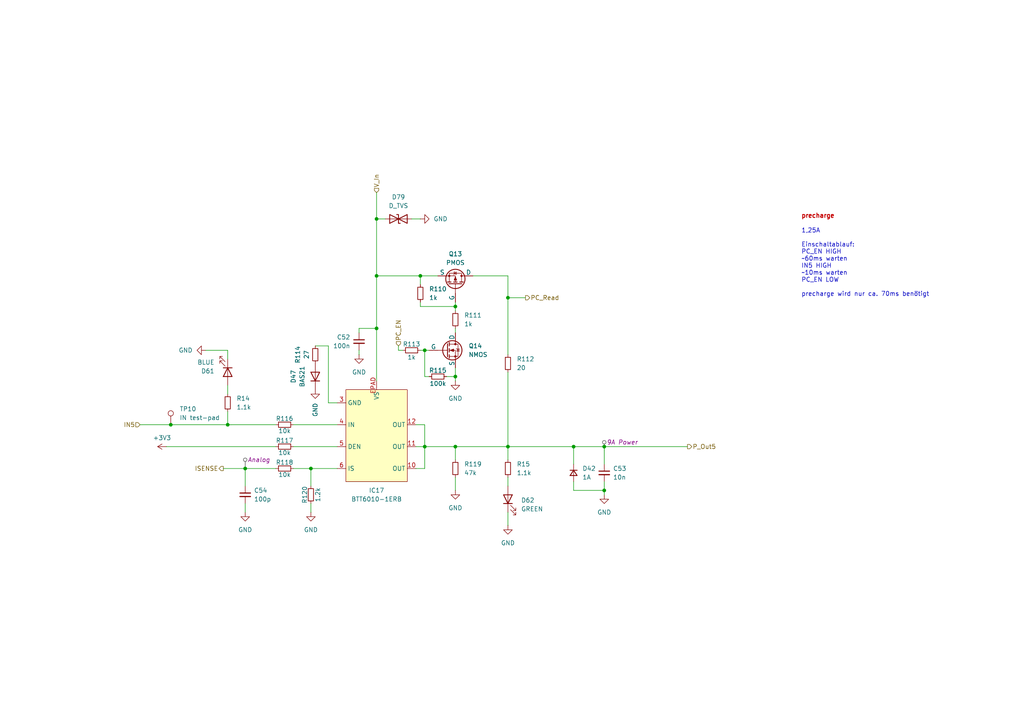
<source format=kicad_sch>
(kicad_sch (version 20231120) (generator "eeschema") (generator_version "8.0")
  (paper "A4")
  (title_block (title "PDU FT25") (date "2024-11-23") (rev "V1.1") (company "Janek Herm") (comment 1 "FaSTTUBe Electronics"))
  (lib_symbols
    (symbol "Connector:TestPoint" (pin_numbers hide) (pin_names (offset 0.762) hide)
      (property "Reference" "TP" (at 0 6.858 0))
      (property "Value" "TestPoint" (at 0 5.08 0))
      (symbol "TestPoint_0_1"
        (circle (center 0 3.302) (radius 0.762))
      )
      (symbol "TestPoint_1_1"
        (pin passive line (at 0 0 90) (length 2.54) (name "1") (number "1"))
      )
    )
    (symbol "Device:C_Small" (pin_numbers hide) (pin_names (offset 0.254) hide)
      (property "Reference" "C" (at 0.254 1.778 0))
      (property "Value" "C_Small" (at 0.254 -2.032 0))
      (symbol "C_Small_0_1"
        (polyline (pts (xy -1.524 -0.508) (xy 1.524 -0.508)) (stroke (width 0.3302)))
        (polyline (pts (xy -1.524 0.508) (xy 1.524 0.508)) (stroke (width 0.3048)))
      )
      (symbol "C_Small_1_1"
        (pin passive line (at 0 2.54 270) (length 2.032) (name "~") (number "1"))
        (pin passive line (at 0 -2.54 90) (length 2.032) (name "~") (number "2"))
      )
    )
    (symbol "Device:D_Small" (pin_numbers hide) (pin_names (offset 0.254) hide)
      (property "Reference" "D" (at -1.27 2.032 0))
      (property "Value" "D_Small" (at -3.81 -2.032 0))
      (symbol "D_Small_0_1"
        (polyline (pts (xy -0.762 -1.016) (xy -0.762 1.016)) (stroke (width 0.254)))
        (polyline (pts (xy -0.762 0) (xy 0.762 0)))
        (polyline (pts (xy 0.762 -1.016) (xy -0.762 0) (xy 0.762 1.016) (xy 0.762 -1.016)) (stroke (width 0.254)))
      )
      (symbol "D_Small_1_1"
        (pin passive line (at -2.54 0 0) (length 1.778) (name "K") (number "1"))
        (pin passive line (at 2.54 0 180) (length 1.778) (name "A") (number "2"))
      )
    )
    (symbol "Device:D_TVS" (pin_numbers hide) (pin_names (offset 1.016) hide)
      (property "Reference" "D" (at 0 2.54 0))
      (property "Value" "D_TVS" (at 0 -2.54 0))
      (symbol "D_TVS_0_1"
        (polyline (pts (xy 1.27 0) (xy -1.27 0)))
        (polyline (pts (xy 0.508 1.27) (xy 0 1.27) (xy 0 -1.27) (xy -0.508 -1.27)) (stroke (width 0.254)))
        (polyline (pts (xy -2.54 1.27) (xy -2.54 -1.27) (xy 2.54 1.27) (xy 2.54 -1.27) (xy -2.54 1.27)) (stroke (width 0.254)))
      )
      (symbol "D_TVS_1_1"
        (pin passive line (at -3.81 0 0) (length 2.54) (name "A1") (number "1"))
        (pin passive line (at 3.81 0 180) (length 2.54) (name "A2") (number "2"))
      )
    )
    (symbol "Device:LED" (pin_numbers hide) (pin_names (offset 1.016) hide)
      (property "Reference" "D" (at 0 2.54 0))
      (property "Value" "LED" (at 0 -2.54 0))
      (symbol "LED_0_1"
        (polyline (pts (xy -1.27 -1.27) (xy -1.27 1.27)) (stroke (width 0.254)))
        (polyline (pts (xy -1.27 0) (xy 1.27 0)))
        (polyline (pts (xy 1.27 -1.27) (xy 1.27 1.27) (xy -1.27 0) (xy 1.27 -1.27)) (stroke (width 0.254)))
        (polyline (pts (xy -3.048 -0.762) (xy -4.572 -2.286) (xy -3.81 -2.286) (xy -4.572 -2.286) (xy -4.572 -1.524)))
        (polyline (pts (xy -1.778 -0.762) (xy -3.302 -2.286) (xy -2.54 -2.286) (xy -3.302 -2.286) (xy -3.302 -1.524)))
      )
      (symbol "LED_1_1"
        (pin passive line (at -3.81 0 0) (length 2.54) (name "K") (number "1"))
        (pin passive line (at 3.81 0 180) (length 2.54) (name "A") (number "2"))
      )
    )
    (symbol "Device:R_Small" (pin_numbers hide) (pin_names (offset 0.254) hide)
      (property "Reference" "R" (at 0.762 0.508 0))
      (property "Value" "R_Small" (at 0.762 -1.016 0))
      (symbol "R_Small_0_1"
        (rectangle (start -0.762 1.778) (end 0.762 -1.778) (stroke (width 0.2032)))
      )
      (symbol "R_Small_1_1"
        (pin passive line (at 0 2.54 270) (length 0.762) (name "~") (number "1"))
        (pin passive line (at 0 -2.54 90) (length 0.762) (name "~") (number "2"))
      )
    )
    (symbol "Diode:BAS21" (pin_numbers hide) (pin_names hide)
      (property "Reference" "D" (at 0 2.54 0))
      (property "Value" "BAS21" (at 0 -2.54 0))
      (symbol "BAS21_0_1"
        (polyline (pts (xy -1.27 1.27) (xy -1.27 -1.27)) (stroke (width 0.254)))
        (polyline (pts (xy 1.27 0) (xy -1.27 0)))
        (polyline (pts (xy 1.27 1.27) (xy 1.27 -1.27) (xy -1.27 0) (xy 1.27 1.27)) (stroke (width 0.254)))
      )
      (symbol "BAS21_1_1"
        (pin passive line (at 3.81 0 180) (length 2.54) (name "A") (number "1"))
        (pin no_connect line (at -1.27 0 0) (length 2.54) hide (name "NC") (number "2"))
        (pin passive line (at -3.81 0 0) (length 2.54) (name "K") (number "3"))
      )
    )
    (symbol "FaSTTUBe_Power-Switches:BTT6010-1ERB"
      (property "Reference" "IC" (at 0.254 -28.956 0))
      (property "Value" "BTT6010-1ERB" (at 0.508 -30.734 0))
      (symbol "BTT6010-1ERB_1_1"
        (rectangle (start -8.89 -1.27) (end 8.89 -27.94) (fill (type background)))
        (pin passive line (at 11.43 -24.13 180) (length 2.54) (name "OUT") (number "10"))
        (pin passive line (at 11.43 -17.78 180) (length 2.54) (name "OUT") (number "11"))
        (pin passive line (at 11.43 -11.43 180) (length 2.54) (name "OUT") (number "12"))
        (pin output line (at -11.43 -5.08 0) (length 2.54) (name "GND") (number "3"))
        (pin input line (at -11.43 -11.43 0) (length 2.54) (name "IN") (number "4"))
        (pin input line (at -11.43 -17.78 0) (length 2.54) (name "DEN") (number "5"))
        (pin output line (at -11.43 -24.13 0) (length 2.54) (name "IS") (number "6"))
        (pin input line (at 0 1.27 270) (length 2.54) (name "VS") (number "EPAD"))
      )
    )
    (symbol "Simulation_SPICE:NMOS" (pin_numbers hide) (pin_names (offset 0))
      (property "Reference" "Q" (at 5.08 1.27 0))
      (property "Value" "NMOS" (at 5.08 -1.27 0))
      (symbol "NMOS_0_1"
        (polyline (pts (xy 0.254 0) (xy -2.54 0)))
        (polyline (pts (xy 0.254 1.905) (xy 0.254 -1.905)) (stroke (width 0.254)))
        (polyline (pts (xy 0.762 -1.27) (xy 0.762 -2.286)) (stroke (width 0.254)))
        (polyline (pts (xy 0.762 0.508) (xy 0.762 -0.508)) (stroke (width 0.254)))
        (polyline (pts (xy 0.762 2.286) (xy 0.762 1.27)) (stroke (width 0.254)))
        (polyline (pts (xy 2.54 2.54) (xy 2.54 1.778)))
        (polyline (pts (xy 2.54 -2.54) (xy 2.54 0) (xy 0.762 0)))
        (polyline (pts (xy 0.762 -1.778) (xy 3.302 -1.778) (xy 3.302 1.778) (xy 0.762 1.778)))
        (polyline (pts (xy 1.016 0) (xy 2.032 0.381) (xy 2.032 -0.381) (xy 1.016 0)) (fill (type outline)))
        (polyline (pts (xy 2.794 0.508) (xy 2.921 0.381) (xy 3.683 0.381) (xy 3.81 0.254)))
        (polyline (pts (xy 3.302 0.381) (xy 2.921 -0.254) (xy 3.683 -0.254) (xy 3.302 0.381)))
        (circle (center 1.651 0) (radius 2.794) (stroke (width 0.254)))
        (circle (center 2.54 -1.778) (radius 0.254) (fill (type outline)))
        (circle (center 2.54 1.778) (radius 0.254) (fill (type outline)))
      )
      (symbol "NMOS_1_1"
        (pin passive line (at 2.54 5.08 270) (length 2.54) (name "D") (number "1"))
        (pin input line (at -5.08 0 0) (length 2.54) (name "G") (number "2"))
        (pin passive line (at 2.54 -5.08 90) (length 2.54) (name "S") (number "3"))
      )
    )
    (symbol "Simulation_SPICE:PMOS" (pin_numbers hide) (pin_names (offset 0))
      (property "Reference" "Q" (at 5.08 1.27 0))
      (property "Value" "PMOS" (at 5.08 -1.27 0))
      (symbol "PMOS_0_1"
        (polyline (pts (xy 0.254 0) (xy -2.54 0)))
        (polyline (pts (xy 0.254 1.905) (xy 0.254 -1.905)) (stroke (width 0.254)))
        (polyline (pts (xy 0.762 -1.27) (xy 0.762 -2.286)) (stroke (width 0.254)))
        (polyline (pts (xy 0.762 0.508) (xy 0.762 -0.508)) (stroke (width 0.254)))
        (polyline (pts (xy 0.762 2.286) (xy 0.762 1.27)) (stroke (width 0.254)))
        (polyline (pts (xy 2.54 2.54) (xy 2.54 1.778)))
        (polyline (pts (xy 2.54 -2.54) (xy 2.54 0) (xy 0.762 0)))
        (polyline (pts (xy 0.762 1.778) (xy 3.302 1.778) (xy 3.302 -1.778) (xy 0.762 -1.778)))
        (polyline (pts (xy 2.286 0) (xy 1.27 0.381) (xy 1.27 -0.381) (xy 2.286 0)) (fill (type outline)))
        (polyline (pts (xy 2.794 -0.508) (xy 2.921 -0.381) (xy 3.683 -0.381) (xy 3.81 -0.254)))
        (polyline (pts (xy 3.302 -0.381) (xy 2.921 0.254) (xy 3.683 0.254) (xy 3.302 -0.381)))
        (circle (center 1.651 0) (radius 2.794) (stroke (width 0.254)))
        (circle (center 2.54 -1.778) (radius 0.254) (fill (type outline)))
        (circle (center 2.54 1.778) (radius 0.254) (fill (type outline)))
      )
      (symbol "PMOS_1_1"
        (pin passive line (at 2.54 5.08 270) (length 2.54) (name "D") (number "1"))
        (pin input line (at -5.08 0 0) (length 2.54) (name "G") (number "2"))
        (pin passive line (at 2.54 -5.08 90) (length 2.54) (name "S") (number "3"))
      )
    )
    (symbol "power:+3.3V" (power) (pin_numbers hide) (pin_names (offset 0) hide)
      (property "Value" "+3.3V" (at 0 3.556 0))
      (symbol "+3.3V_0_1"
        (polyline (pts (xy -0.762 1.27) (xy 0 2.54)))
        (polyline (pts (xy 0 0) (xy 0 2.54)))
        (polyline (pts (xy 0 2.54) (xy 0.762 1.27)))
      )
      (symbol "+3.3V_1_1"
        (pin power_in line (at 0 0 90) (length 0) (name "~") (number "1"))
      )
    )
    (symbol "power:GND" (power) (pin_numbers hide) (pin_names (offset 0) hide)
      (property "Value" "GND" (at 0 -3.81 0))
      (symbol "GND_0_1"
        (polyline (pts (xy 0 0) (xy 0 -1.27) (xy 1.27 -1.27) (xy 0 -2.54) (xy -1.27 -1.27) (xy 0 -1.27)))
      )
      (symbol "GND_1_1"
        (pin power_in line (at 0 0 270) (length 0) (name "~") (number "1"))
      )
    )
  )
  (junction (at 90.17 135.89))
  (junction (at 132.08 88.9))
  (junction (at 132.08 129.54))
  (junction (at 109.22 95.25))
  (junction (at 147.32 129.54))
  (junction (at 121.92 80.01))
  (junction (at 109.22 63.5))
  (junction (at 175.26 129.54))
  (junction (at 123.19 101.6))
  (junction (at 166.37 129.54))
  (junction (at 71.12 135.89))
  (junction (at 66.04 123.19))
  (junction (at 132.08 109.22))
  (junction (at 49.53 123.19))
  (junction (at 147.32 86.36))
  (junction (at 109.22 80.01))
  (junction (at 175.26 142.24))
  (junction (at 123.19 129.54))
  (wire (pts (xy 49.53 123.19) (xy 66.04 123.19)))
  (wire (pts (xy 147.32 80.01) (xy 147.32 86.36)))
  (wire (pts (xy 85.09 135.89) (xy 90.17 135.89)))
  (wire (pts (xy 175.26 129.54) (xy 166.37 129.54)))
  (wire (pts (xy 95.25 100.33) (xy 91.44 100.33)))
  (wire (pts (xy 115.57 101.6) (xy 116.84 101.6)))
  (wire (pts (xy 85.09 129.54) (xy 97.79 129.54)))
  (wire (pts (xy 109.22 80.01) (xy 121.92 80.01)))
  (wire (pts (xy 121.92 63.5) (xy 119.38 63.5)))
  (wire (pts (xy 40.64 123.19) (xy 49.53 123.19)))
  (wire (pts (xy 109.22 55.88) (xy 109.22 63.5)))
  (wire (pts (xy 121.92 101.6) (xy 123.19 101.6)))
  (wire (pts (xy 132.08 90.17) (xy 132.08 88.9)))
  (wire (pts (xy 132.08 138.43) (xy 132.08 142.24)))
  (wire (pts (xy 137.16 80.01) (xy 147.32 80.01)))
  (wire (pts (xy 71.12 135.89) (xy 71.12 140.97)))
  (wire (pts (xy 123.19 101.6) (xy 123.19 109.22)))
  (wire (pts (xy 115.57 100.33) (xy 115.57 101.6)))
  (wire (pts (xy 109.22 95.25) (xy 104.14 95.25)))
  (wire (pts (xy 64.77 135.89) (xy 71.12 135.89)))
  (wire (pts (xy 132.08 129.54) (xy 147.32 129.54)))
  (wire (pts (xy 66.04 114.3) (xy 66.04 111.76)))
  (wire (pts (xy 132.08 109.22) (xy 132.08 110.49)))
  (wire (pts (xy 85.09 123.19) (xy 97.79 123.19)))
  (wire (pts (xy 71.12 146.05) (xy 71.12 148.59)))
  (wire (pts (xy 66.04 123.19) (xy 80.01 123.19)))
  (wire (pts (xy 132.08 129.54) (xy 132.08 133.35)))
  (wire (pts (xy 132.08 96.52) (xy 132.08 95.25)))
  (wire (pts (xy 121.92 80.01) (xy 127 80.01)))
  (wire (pts (xy 104.14 95.25) (xy 104.14 96.52)))
  (wire (pts (xy 123.19 101.6) (xy 124.46 101.6)))
  (wire (pts (xy 123.19 123.19) (xy 123.19 129.54)))
  (wire (pts (xy 166.37 129.54) (xy 166.37 134.62)))
  (wire (pts (xy 120.65 129.54) (xy 123.19 129.54)))
  (wire (pts (xy 121.92 80.01) (xy 121.92 82.55)))
  (wire (pts (xy 132.08 106.68) (xy 132.08 109.22)))
  (wire (pts (xy 147.32 107.95) (xy 147.32 129.54)))
  (wire (pts (xy 123.19 129.54) (xy 132.08 129.54)))
  (wire (pts (xy 147.32 129.54) (xy 147.32 133.35)))
  (wire (pts (xy 123.19 135.89) (xy 123.19 129.54)))
  (wire (pts (xy 109.22 63.5) (xy 109.22 80.01)))
  (wire (pts (xy 147.32 148.59) (xy 147.32 152.4)))
  (wire (pts (xy 59.69 101.6) (xy 66.04 101.6)))
  (wire (pts (xy 120.65 135.89) (xy 123.19 135.89)))
  (wire (pts (xy 109.22 95.25) (xy 109.22 110.49)))
  (wire (pts (xy 71.12 135.89) (xy 80.01 135.89)))
  (wire (pts (xy 104.14 101.6) (xy 104.14 102.87)))
  (wire (pts (xy 129.54 109.22) (xy 132.08 109.22)))
  (wire (pts (xy 175.26 139.7) (xy 175.26 142.24)))
  (wire (pts (xy 132.08 87.63) (xy 132.08 88.9)))
  (wire (pts (xy 175.26 129.54) (xy 175.26 134.62)))
  (wire (pts (xy 147.32 86.36) (xy 152.4 86.36)))
  (wire (pts (xy 120.65 123.19) (xy 123.19 123.19)))
  (wire (pts (xy 90.17 135.89) (xy 90.17 140.97)))
  (wire (pts (xy 175.26 129.54) (xy 199.39 129.54)))
  (wire (pts (xy 166.37 142.24) (xy 175.26 142.24)))
  (wire (pts (xy 48.26 129.54) (xy 80.01 129.54)))
  (wire (pts (xy 109.22 80.01) (xy 109.22 95.25)))
  (wire (pts (xy 90.17 146.05) (xy 90.17 148.59)))
  (wire (pts (xy 166.37 139.7) (xy 166.37 142.24)))
  (wire (pts (xy 123.19 109.22) (xy 124.46 109.22)))
  (wire (pts (xy 121.92 88.9) (xy 132.08 88.9)))
  (wire (pts (xy 175.26 142.24) (xy 175.26 143.51)))
  (wire (pts (xy 66.04 123.19) (xy 66.04 119.38)))
  (wire (pts (xy 147.32 138.43) (xy 147.32 140.97)))
  (wire (pts (xy 95.25 100.33) (xy 95.25 116.84)))
  (wire (pts (xy 66.04 101.6) (xy 66.04 104.14)))
  (wire (pts (xy 147.32 129.54) (xy 166.37 129.54)))
  (wire (pts (xy 121.92 87.63) (xy 121.92 88.9)))
  (wire (pts (xy 109.22 63.5) (xy 111.76 63.5)))
  (wire (pts (xy 95.25 116.84) (xy 97.79 116.84)))
  (wire (pts (xy 90.17 135.89) (xy 97.79 135.89)))
  (wire (pts (xy 147.32 86.36) (xy 147.32 102.87)))
  (text "precharge" (at 237.236 62.738 0) (effects (font (size 1.27 1.27) (thickness 0.254) (bold yes))))
  (text "1,25A\n\nEinschaltablauf:\nPC_EN HIGH\n~60ms warten\nIN5 HIGH\n~10ms warten\nPC_EN LOW\n\nprecharge wird nur ca. 70ms benötigt" (at 232.41 76.2 0) (effects (font (size 1.27 1.27)) (justify left)))
  (hierarchical_label "PC_Read" (shape output) (at 152.4 86.36 0))
  (hierarchical_label "IN5" (shape input) (at 40.64 123.19 180))
  (hierarchical_label "P_Out5" (shape output) (at 199.39 129.54 0))
  (hierarchical_label "ISENSE" (shape output) (at 64.77 135.89 180))
  (hierarchical_label "PC_EN" (shape input) (at 115.57 100.33 90))
  (hierarchical_label "V_In" (shape input) (at 109.22 55.88 90))
  (netclass_flag "" (length 2.54) (shape round) (at 71.12 135.89 0) (property "Netclass" "Analog" (at 71.8185 133.35 0) (effects (font (italic yes)) (justify left))))
  (netclass_flag "" (length 2.54) (shape round) (at 175.26 130.81 0) (property "Netclass" "9A Power" (at 175.9585 128.27 0) (effects (font (italic yes)) (justify left))))
  (symbol (lib_id "Simulation_SPICE:PMOS") (at 132.08 82.55 270) (mirror x) (unit 1)
    (property "Reference" "Q13" (at 132.08 73.66 90))
    (property "Value" "PMOS" (at 132.08 76.2 90))
    (property "Datasheet" "https://ngspice.sourceforge.io/docs/ngspice-html-manual/manual.xhtml#cha_MOSFETs" (effects (hide yes)))
    (property "Description" "P-MOSFET transistor, drain/source/gate" (effects (hide yes)))
    (property "Sim.Device" "PMOS" (effects (hide yes)))
    (property "Sim.Type" "VDMOS" (effects (hide yes)))
    (property "Sim.Pins" "1=D 2=G 3=S" (effects (hide yes)))
  )
  (symbol (lib_id "FaSTTUBe_Power-Switches:BTT6010-1ERB") (at 109.22 111.76 0) (unit 1)
    (property "Reference" "IC17" (at 109.22 142.24 0))
    (property "Value" "BTT6010-1ERB" (at 109.22 144.78 0))
    (property "Footprint" "BTT6010-1ERB:SOIC14_BTT6010-1ERB_INF" (effects (hide yes)))
    (property "Datasheet" "https://www.infineon.com/dgdl/Infineon-BTT6010-1ERB-DS-v01_00-EN.pdf?fileId=5546d46269e1c019016a21e80b080d7a" (effects (hide yes)))
  )
  (symbol (lib_id "Device:R_Small") (at 132.08 92.71 0) (unit 1)
    (property "Reference" "R111" (at 134.62 91.4399 0) (effects (justify left)))
    (property "Value" "1k" (at 134.62 93.9799 0) (effects (justify left)))
    (property "Description" "Resistor, small symbol" (effects (hide yes)))
  )
  (symbol (lib_id "power:GND") (at 59.69 101.6 270) (unit 1)
    (property "Reference" "#PWR033" (effects (hide yes)))
    (property "Value" "GND" (at 55.88 101.5999 90) (effects (justify right)))
    (property "Description" "Power symbol creates a global label with name \"GND\" , ground" (effects (hide yes)))
  )
  (symbol (lib_id "Device:D_TVS") (at 115.57 63.5 0) (mirror x) (unit 1)
    (property "Reference" "D79" (at 115.57 57.15 0))
    (property "Value" "D_TVS" (at 115.57 59.69 0))
    (property "Description" "Bidirectional transient-voltage-suppression diode" (effects (hide yes)))
  )
  (symbol (lib_id "Device:R_Small") (at 119.38 101.6 90) (unit 1)
    (property "Reference" "R113" (at 119.38 99.822 90))
    (property "Value" "1k" (at 119.38 103.632 90))
    (property "Description" "Resistor, small symbol" (effects (hide yes)))
  )
  (symbol (lib_id "Simulation_SPICE:NMOS") (at 129.54 101.6 0) (unit 1)
    (property "Reference" "Q14" (at 135.89 100.3299 0) (effects (justify left)))
    (property "Value" "NMOS" (at 135.89 102.8699 0) (effects (justify left)))
    (property "Datasheet" "https://ngspice.sourceforge.io/docs/ngspice-html-manual/manual.xhtml#cha_MOSFETs" (effects (hide yes)))
    (property "Description" "N-MOSFET transistor, drain/source/gate" (effects (hide yes)))
    (property "Sim.Device" "NMOS" (effects (hide yes)))
    (property "Sim.Type" "VDMOS" (effects (hide yes)))
    (property "Sim.Pins" "1=D 2=G 3=S" (effects (hide yes)))
  )
  (symbol (lib_id "Device:C_Small") (at 104.14 99.06 0) (mirror y) (unit 1)
    (property "Reference" "C52" (at 101.6 97.7962 0) (effects (justify left)))
    (property "Value" "100n" (at 101.6 100.3362 0) (effects (justify left)))
    (property "Footprint" "Capacitor_SMD:C_0603_1608Metric_Pad1.08x0.95mm_HandSolder" (effects (hide yes)))
    (property "Description" "Unpolarized capacitor, small symbol" (effects (hide yes)))
  )
  (symbol (lib_id "power:GND") (at 91.44 113.03 0) (unit 1)
    (property "Reference" "#PWR0151" (effects (hide yes)))
    (property "Value" "GND" (at 91.4399 116.84 90) (effects (justify right)))
    (property "Description" "Power symbol creates a global label with name \"GND\" , ground" (effects (hide yes)))
  )
  (symbol (lib_id "power:+3.3V") (at 48.26 129.54 90) (unit 1)
    (property "Reference" "#PWR0152" (effects (hide yes)))
    (property "Value" "+3V3" (at 46.99 127 90))
    (property "Description" "Power symbol creates a global label with name \"+3.3V\"" (effects (hide yes)))
  )
  (symbol (lib_id "Device:R_Small") (at 82.55 135.89 270) (unit 1)
    (property "Reference" "R118" (at 82.55 134.112 90))
    (property "Value" "10k" (at 82.55 137.668 90))
    (property "Footprint" "Resistor_SMD:R_0603_1608Metric_Pad0.98x0.95mm_HandSolder" (effects (hide yes)))
    (property "Description" "Resistor, small symbol" (effects (hide yes)))
  )
  (symbol (lib_id "Device:R_Small") (at 132.08 135.89 0) (unit 1)
    (property "Reference" "R119" (at 134.62 134.6199 0) (effects (justify left)))
    (property "Value" "47k" (at 134.62 137.1599 0) (effects (justify left)))
    (property "Footprint" "Resistor_SMD:R_0603_1608Metric_Pad0.98x0.95mm_HandSolder" (effects (hide yes)))
    (property "Description" "Resistor, small symbol" (effects (hide yes)))
  )
  (symbol (lib_id "Device:C_Small") (at 71.12 143.51 0) (unit 1)
    (property "Reference" "C54" (at 73.66 142.2462 0) (effects (justify left)))
    (property "Value" "100p" (at 73.66 144.7862 0) (effects (justify left)))
    (property "Footprint" "Capacitor_SMD:C_0603_1608Metric_Pad1.08x0.95mm_HandSolder" (effects (hide yes)))
    (property "Description" "Unpolarized capacitor, small symbol" (effects (hide yes)))
  )
  (symbol (lib_id "power:GND") (at 132.08 110.49 0) (unit 1)
    (property "Reference" "#PWR0150" (effects (hide yes)))
    (property "Value" "GND" (at 132.08 115.57 0))
    (property "Description" "Power symbol creates a global label with name \"GND\" , ground" (effects (hide yes)))
  )
  (symbol (lib_id "Device:LED") (at 147.32 144.78 90) (unit 1)
    (property "Reference" "D62" (at 151.13 145.0974 90) (effects (justify right)))
    (property "Value" "GREEN" (at 151.13 147.6374 90) (effects (justify right)))
    (property "Datasheet" "https://www.we-online.com/components/products/datasheet/150040GS73220.pdf" (effects (hide yes)))
    (property "Description" "Light emitting diode" (effects (hide yes)))
    (property "MPR" "150040GS73220" (effects (hide yes)))
  )
  (symbol (lib_id "Device:R_Small") (at 91.44 102.87 180) (unit 1)
    (property "Reference" "R114" (at 86.36 102.87 90))
    (property "Value" "27" (at 88.9 102.87 90))
    (property "Footprint" "Resistor_SMD:R_0603_1608Metric_Pad0.98x0.95mm_HandSolder" (effects (hide yes)))
    (property "Description" "Resistor, small symbol" (effects (hide yes)))
  )
  (symbol (lib_id "Device:R_Small") (at 82.55 123.19 270) (unit 1)
    (property "Reference" "R116" (at 82.55 121.412 90))
    (property "Value" "10k" (at 82.55 124.968 90))
    (property "Footprint" "Resistor_SMD:R_0603_1608Metric_Pad0.98x0.95mm_HandSolder" (effects (hide yes)))
    (property "Description" "Resistor, small symbol" (effects (hide yes)))
  )
  (symbol (lib_id "Device:R_Small") (at 90.17 143.51 0) (unit 1)
    (property "Reference" "R120" (at 88.392 143.51 90))
    (property "Value" "1.2k" (at 92.202 143.51 90))
    (property "Footprint" "Resistor_SMD:R_0603_1608Metric_Pad0.98x0.95mm_HandSolder" (effects (hide yes)))
    (property "Description" "Resistor, small symbol" (effects (hide yes)))
  )
  (symbol (lib_id "power:GND") (at 90.17 148.59 0) (unit 1)
    (property "Reference" "#PWR0156" (effects (hide yes)))
    (property "Value" "GND" (at 90.17 153.67 0))
    (property "Description" "Power symbol creates a global label with name \"GND\" , ground" (effects (hide yes)))
  )
  (symbol (lib_id "Device:R_Small") (at 147.32 135.89 0) (unit 1)
    (property "Reference" "R15" (at 149.86 134.6199 0) (effects (justify left)))
    (property "Value" "1.1k" (at 149.86 137.1599 0) (effects (justify left)))
    (property "Description" "Resistor, small symbol" (effects (hide yes)))
  )
  (symbol (lib_id "Device:R_Small") (at 147.32 105.41 0) (unit 1)
    (property "Reference" "R112" (at 149.86 104.1399 0) (effects (justify left)))
    (property "Value" "20" (at 149.86 106.6799 0) (effects (justify left)))
    (property "Footprint" "Resistor_SMD:R_1210_3225Metric_Pad1.30x2.65mm_HandSolder" (effects (hide yes)))
    (property "Description" "Resistor, small symbol" (effects (hide yes)))
  )
  (symbol (lib_id "Device:R_Small") (at 66.04 116.84 180) (unit 1)
    (property "Reference" "R14" (at 68.58 115.5699 0) (effects (justify right)))
    (property "Value" "1.1k" (at 68.58 118.1099 0) (effects (justify right)))
    (property "Description" "Resistor, small symbol" (effects (hide yes)))
  )
  (symbol (lib_id "Device:LED") (at 66.04 107.95 270) (unit 1)
    (property "Reference" "D61" (at 62.23 107.6326 90) (effects (justify right)))
    (property "Value" "BLUE" (at 62.23 105.0926 90) (effects (justify right)))
    (property "Datasheet" "https://www.we-online.com/components/products/datasheet/150040BS73220.pdf" (effects (hide yes)))
    (property "Description" "Light emitting diode" (effects (hide yes)))
    (property "MPR" "150040BS73220" (effects (hide yes)))
  )
  (symbol (lib_id "Device:D_Small") (at 166.37 137.16 270) (unit 1)
    (property "Reference" "D42" (at 168.91 135.8899 90) (effects (justify left)))
    (property "Value" "1A" (at 168.91 138.4299 90) (effects (justify left)))
    (property "Description" "Diode, small symbol" (effects (hide yes)))
    (property "Sim.Device" "D" (effects (hide yes)))
    (property "Sim.Pins" "1=K 2=A" (effects (hide yes)))
  )
  (symbol (lib_id "Connector:TestPoint") (at 49.53 123.19 0) (unit 1)
    (property "Reference" "TP10" (at 52.07 118.6179 0) (effects (justify left)))
    (property "Value" "IN test-pad" (at 52.07 121.1579 0) (effects (justify left)))
    (property "Description" "test point" (effects (hide yes)))
  )
  (symbol (lib_id "power:GND") (at 104.14 102.87 0) (mirror y) (unit 1)
    (property "Reference" "#PWR0149" (effects (hide yes)))
    (property "Value" "GND" (at 104.14 107.95 0))
    (property "Description" "Power symbol creates a global label with name \"GND\" , ground" (effects (hide yes)))
  )
  (symbol (lib_id "Device:R_Small") (at 121.92 85.09 0) (unit 1)
    (property "Reference" "R110" (at 124.46 83.8199 0) (effects (justify left)))
    (property "Value" "1k" (at 124.46 86.3599 0) (effects (justify left)))
    (property "Description" "Resistor, small symbol" (effects (hide yes)))
  )
  (symbol (lib_id "Diode:BAS21") (at 91.44 109.22 90) (unit 1)
    (property "Reference" "D47" (at 85.09 109.22 0))
    (property "Value" "BAS21" (at 87.63 109.22 0))
    (property "Footprint" "Package_TO_SOT_SMD:SOT-23" (effects (hide yes)))
    (property "Datasheet" "https://www.diodes.com/assets/Datasheets/Ds12004.pdf" (effects (hide yes)))
    (property "Description" "250V, 0.4A, High-speed Switching Diode, SOT-23" (effects (hide yes)))
  )
  (symbol (lib_id "power:GND") (at 121.92 63.5 90) (mirror x) (unit 1)
    (property "Reference" "#PWR0199" (effects (hide yes)))
    (property "Value" "GND" (at 125.73 63.4999 90) (effects (justify right)))
    (property "Description" "Power symbol creates a global label with name \"GND\" , ground" (effects (hide yes)))
  )
  (symbol (lib_id "power:GND") (at 71.12 148.59 0) (unit 1)
    (property "Reference" "#PWR0155" (effects (hide yes)))
    (property "Value" "GND" (at 71.12 153.67 0))
    (property "Description" "Power symbol creates a global label with name \"GND\" , ground" (effects (hide yes)))
  )
  (symbol (lib_id "power:GND") (at 132.08 142.24 0) (unit 1)
    (property "Reference" "#PWR0153" (effects (hide yes)))
    (property "Value" "GND" (at 132.08 147.32 0))
    (property "Description" "Power symbol creates a global label with name \"GND\" , ground" (effects (hide yes)))
  )
  (symbol (lib_id "Device:C_Small") (at 175.26 137.16 0) (unit 1)
    (property "Reference" "C53" (at 177.8 135.8962 0) (effects (justify left)))
    (property "Value" "10n" (at 177.8 138.4362 0) (effects (justify left)))
    (property "Footprint" "Capacitor_SMD:C_0603_1608Metric_Pad1.08x0.95mm_HandSolder" (effects (hide yes)))
    (property "Description" "Unpolarized capacitor, small symbol" (effects (hide yes)))
  )
  (symbol (lib_id "power:GND") (at 175.26 143.51 0) (unit 1)
    (property "Reference" "#PWR0154" (effects (hide yes)))
    (property "Value" "GND" (at 175.26 148.59 0))
    (property "Description" "Power symbol creates a global label with name \"GND\" , ground" (effects (hide yes)))
  )
  (symbol (lib_id "Device:R_Small") (at 127 109.22 90) (unit 1)
    (property "Reference" "R115" (at 127 107.442 90))
    (property "Value" "100k" (at 127 111.252 90))
    (property "Description" "Resistor, small symbol" (effects (hide yes)))
  )
  (symbol (lib_id "Device:R_Small") (at 82.55 129.54 270) (unit 1)
    (property "Reference" "R117" (at 82.55 127.762 90))
    (property "Value" "10k" (at 82.55 131.318 90))
    (property "Footprint" "Resistor_SMD:R_0603_1608Metric_Pad0.98x0.95mm_HandSolder" (effects (hide yes)))
    (property "Description" "Resistor, small symbol" (effects (hide yes)))
  )
  (symbol (lib_id "power:GND") (at 147.32 152.4 0) (unit 1)
    (property "Reference" "#PWR034" (effects (hide yes)))
    (property "Value" "GND" (at 147.32 157.48 0))
    (property "Description" "Power symbol creates a global label with name \"GND\" , ground" (effects (hide yes)))
  )
)
</source>
